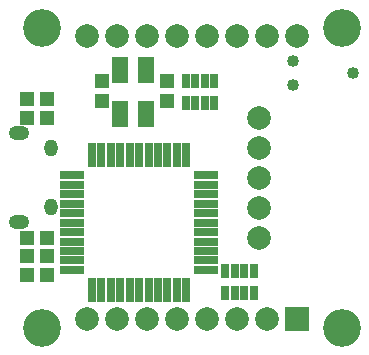
<source format=gbs>
G04 DipTrace 2.3.1.0*
%INminishiftmaster_BottomMask.gbs*%
%MOIN*%
%ADD36C,0.126*%
%ADD37C,0.04*%
%ADD42R,0.0551X0.0866*%
%ADD48R,0.0295X0.0453*%
%ADD50R,0.0787X0.0787*%
%ADD52R,0.0276X0.0787*%
%ADD54R,0.0787X0.0276*%
%ADD56C,0.0787*%
%ADD62O,0.0689X0.0472*%
%ADD64O,0.0453X0.0571*%
%ADD68R,0.0512X0.0472*%
%ADD70R,0.0472X0.0512*%
%FSLAX44Y44*%
G04*
G70*
G90*
G75*
G01*
%LNBotMask*%
%LPD*%
D70*
X9401Y12776D3*
Y13446D3*
X7236D3*
Y12777D3*
D68*
X5406Y12236D3*
X4736D3*
X5406Y12861D3*
X4736D3*
Y8236D3*
X5405D3*
D64*
X5549Y11220D3*
Y9252D3*
D62*
X4486Y11713D3*
Y8760D3*
D56*
X12486Y12236D3*
Y11236D3*
Y10236D3*
Y9236D3*
Y8236D3*
D36*
X5236Y15236D3*
X15236D3*
Y5236D3*
X5236D3*
D54*
X6242Y7161D3*
Y7476D3*
Y7791D3*
Y8106D3*
Y8421D3*
Y8736D3*
Y9051D3*
Y9366D3*
Y9681D3*
Y9996D3*
Y10311D3*
D52*
X6911Y10980D3*
X7226D3*
X7541D3*
X7856D3*
X8171D3*
X8486D3*
X8801D3*
X9116D3*
X9431D3*
X9746D3*
X10061D3*
D54*
X10730Y10311D3*
Y9996D3*
Y9681D3*
Y9366D3*
Y9051D3*
Y8736D3*
Y8421D3*
Y8106D3*
Y7791D3*
Y7476D3*
Y7161D3*
D52*
X10061Y6492D3*
X9746D3*
X9431D3*
X9116D3*
X8801D3*
X8486D3*
X8171D3*
X7856D3*
X7541D3*
X7226D3*
X6911D3*
D50*
X13736Y5512D3*
D56*
X12736D3*
X11736D3*
X10736D3*
X9736D3*
X8736D3*
X7736D3*
X6736D3*
Y14961D3*
X7736D3*
X8736D3*
X9736D3*
X10736D3*
X11736D3*
X12736D3*
X13736D3*
D68*
X4736Y6986D3*
X5406D3*
X4736Y7611D3*
X5406D3*
D48*
X10986Y12736D3*
X10671D3*
X10356D3*
X10041D3*
Y13445D3*
X10356D3*
X10671D3*
X10986D3*
X11361Y7111D3*
X11676D3*
X11991D3*
X12306D3*
Y6403D3*
X11991D3*
X11676D3*
X11361D3*
D37*
X15611Y13736D3*
X13611Y13336D3*
Y14136D3*
D42*
X7861Y12361D3*
Y13818D3*
X8727D3*
Y12361D3*
M02*

</source>
